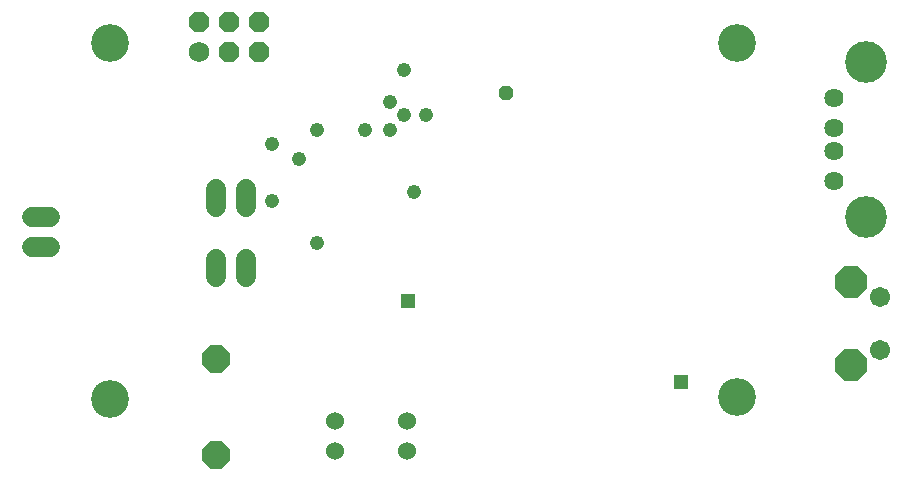
<source format=gbs>
G75*
G70*
%OFA0B0*%
%FSLAX24Y24*%
%IPPOS*%
%LPD*%
%AMOC8*
5,1,8,0,0,1.08239X$1,22.5*
%
%ADD10C,0.1261*%
%ADD11C,0.0600*%
%ADD12C,0.0680*%
%ADD13OC8,0.0680*%
%ADD14C,0.0680*%
%ADD15C,0.0640*%
%ADD16C,0.1390*%
%ADD17C,0.0671*%
%ADD18OC8,0.1064*%
%ADD19OC8,0.0930*%
%ADD20C,0.0476*%
%ADD21OC8,0.0476*%
%ADD22R,0.0476X0.0476*%
D10*
X004806Y003987D03*
X004806Y015848D03*
X025691Y015848D03*
X025691Y004037D03*
D11*
X014700Y003250D03*
X014700Y002250D03*
X012300Y002250D03*
X012300Y003250D03*
D12*
X007785Y015550D03*
D13*
X008785Y015550D03*
X009785Y015550D03*
X009785Y016550D03*
X008785Y016550D03*
X007785Y016550D03*
D14*
X008350Y010988D02*
X008350Y010388D01*
X009350Y010388D02*
X009350Y010988D01*
X009350Y008650D02*
X009350Y008050D01*
X008350Y008050D02*
X008350Y008650D01*
X002800Y009050D02*
X002200Y009050D01*
X002200Y010050D02*
X002800Y010050D01*
D15*
X028924Y011262D03*
X028924Y012242D03*
X028924Y013032D03*
X028924Y014012D03*
D16*
X029994Y015222D03*
X029994Y010052D03*
D17*
X030476Y007387D03*
X030476Y005615D03*
D18*
X029492Y005123D03*
X029492Y007879D03*
D19*
X008350Y005334D03*
X008350Y002105D03*
D20*
X011700Y009200D03*
X010200Y010600D03*
X011100Y012000D03*
X010200Y012500D03*
X011700Y012950D03*
X013300Y012950D03*
X014150Y012950D03*
X014600Y013450D03*
X014150Y013900D03*
X015350Y013450D03*
X014600Y014950D03*
X014950Y010900D03*
D21*
X018000Y014200D03*
D22*
X014750Y007250D03*
X023850Y004550D03*
M02*

</source>
